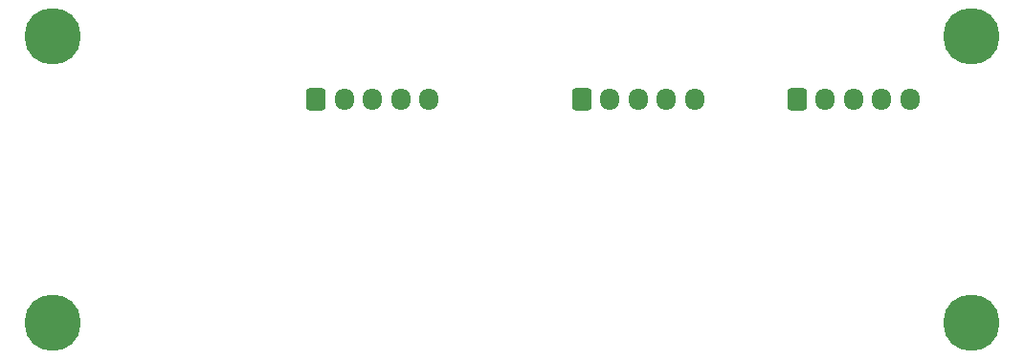
<source format=gbr>
%TF.GenerationSoftware,KiCad,Pcbnew,8.0.6*%
%TF.CreationDate,2024-10-28T20:27:21+01:00*%
%TF.ProjectId,ATtiny3,41547469-6e79-4332-9b2e-6b696361645f,rev?*%
%TF.SameCoordinates,Original*%
%TF.FileFunction,Copper,L2,Bot*%
%TF.FilePolarity,Positive*%
%FSLAX46Y46*%
G04 Gerber Fmt 4.6, Leading zero omitted, Abs format (unit mm)*
G04 Created by KiCad (PCBNEW 8.0.6) date 2024-10-28 20:27:21*
%MOMM*%
%LPD*%
G01*
G04 APERTURE LIST*
G04 Aperture macros list*
%AMRoundRect*
0 Rectangle with rounded corners*
0 $1 Rounding radius*
0 $2 $3 $4 $5 $6 $7 $8 $9 X,Y pos of 4 corners*
0 Add a 4 corners polygon primitive as box body*
4,1,4,$2,$3,$4,$5,$6,$7,$8,$9,$2,$3,0*
0 Add four circle primitives for the rounded corners*
1,1,$1+$1,$2,$3*
1,1,$1+$1,$4,$5*
1,1,$1+$1,$6,$7*
1,1,$1+$1,$8,$9*
0 Add four rect primitives between the rounded corners*
20,1,$1+$1,$2,$3,$4,$5,0*
20,1,$1+$1,$4,$5,$6,$7,0*
20,1,$1+$1,$6,$7,$8,$9,0*
20,1,$1+$1,$8,$9,$2,$3,0*%
G04 Aperture macros list end*
%TA.AperFunction,ComponentPad*%
%ADD10RoundRect,0.250000X-0.600000X-0.725000X0.600000X-0.725000X0.600000X0.725000X-0.600000X0.725000X0*%
%TD*%
%TA.AperFunction,ComponentPad*%
%ADD11O,1.700000X1.950000*%
%TD*%
%TA.AperFunction,ViaPad*%
%ADD12C,5.000000*%
%TD*%
G04 APERTURE END LIST*
D10*
%TO.P,J3,1,Pin_1*%
%TO.N,+5V*%
X41080400Y-25880000D03*
D11*
%TO.P,J3,2,Pin_2*%
%TO.N,GND*%
X43580400Y-25880000D03*
%TO.P,J3,3,Pin_3*%
X46080400Y-25880000D03*
%TO.P,J3,4,Pin_4*%
%TO.N,UPDI*%
X48580400Y-25880000D03*
%TO.P,J3,5,Pin_5*%
%TO.N,GND*%
X51080400Y-25880000D03*
%TD*%
D10*
%TO.P,J2,1,Pin_1*%
%TO.N,+5V*%
X83625400Y-25880000D03*
D11*
%TO.P,J2,2,Pin_2*%
%TO.N,/Mosfet Driver 8/_OUT*%
X86125400Y-25880000D03*
%TO.P,J2,3,Pin_3*%
%TO.N,/Mosfet Driver 7/_OUT*%
X88625400Y-25880000D03*
%TO.P,J2,4,Pin_4*%
%TO.N,/Mosfet Driver 6/_OUT*%
X91125400Y-25880000D03*
%TO.P,J2,5,Pin_5*%
%TO.N,/Mosfet Driver 5/_OUT*%
X93625400Y-25880000D03*
%TD*%
D10*
%TO.P,J1,1,Pin_1*%
%TO.N,+5V*%
X64575400Y-25880000D03*
D11*
%TO.P,J1,2,Pin_2*%
%TO.N,/Mosfet Driver 4/_OUT*%
X67075400Y-25880000D03*
%TO.P,J1,3,Pin_3*%
%TO.N,/Mosfet Driver 3/_OUT*%
X69575400Y-25880000D03*
%TO.P,J1,4,Pin_4*%
%TO.N,/Mosfet Driver 2/_OUT*%
X72075400Y-25880000D03*
%TO.P,J1,5,Pin_5*%
%TO.N,/Mosfet Driver 1/_OUT*%
X74575400Y-25880000D03*
%TD*%
D12*
%TO.N,*%
X99060000Y-45720000D03*
X99060000Y-20320000D03*
X17780000Y-45720000D03*
X17780000Y-20320000D03*
%TD*%
M02*

</source>
